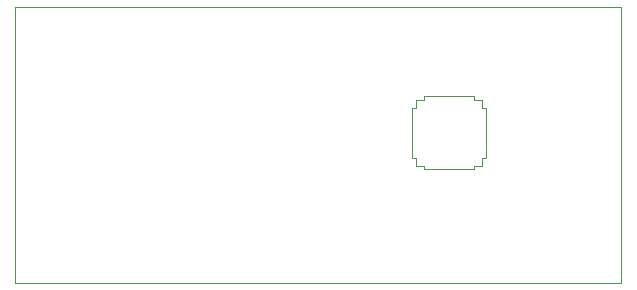
<source format=gbr>
%TF.GenerationSoftware,Altium Limited,Altium Designer,18.1.7 (191)*%
G04 Layer_Color=0*
%FSLAX26Y26*%
%MOIN*%
%TF.FileFunction,Other,Mechanical_16*%
%TF.Part,Single*%
G01*
G75*
%TA.AperFunction,NonConductor*%
%ADD66C,0.001968*%
D66*
X1480Y4724D02*
Y924409D01*
Y4724D02*
X2021165D01*
Y924409D01*
X1480D02*
X2021165D01*
X1568898Y420395D02*
Y588505D01*
X1556299Y420395D02*
X1568898D01*
X1556299Y395001D02*
Y420395D01*
X1530906Y395001D02*
X1556299D01*
X1530906Y382403D02*
Y395001D01*
X1362795Y382403D02*
X1530906D01*
X1362795D02*
Y395001D01*
X1337402D02*
X1362795D01*
X1337402D02*
Y420395D01*
X1324803D02*
X1337402D01*
X1324803D02*
Y588505D01*
X1337402D01*
Y613899D01*
X1362795D01*
Y626497D01*
X1530906D01*
Y613899D02*
Y626497D01*
Y613899D02*
X1556299D01*
Y588505D02*
Y613899D01*
Y588505D02*
X1568898D01*
%TF.MD5,42dc22a7cedf985db6a9933e879b1352*%
M02*

</source>
